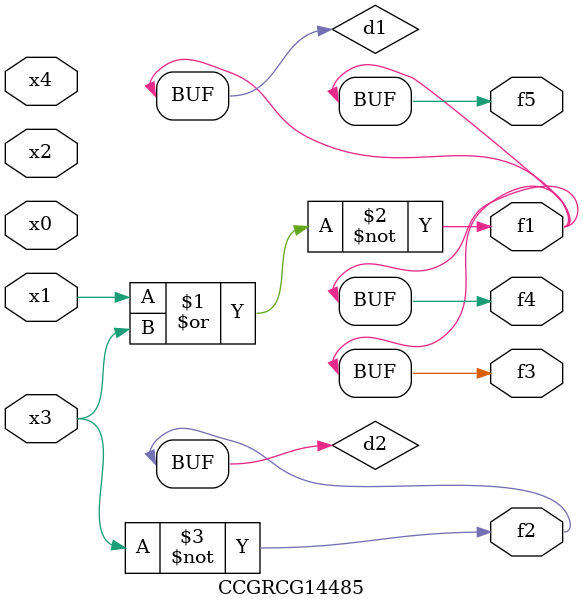
<source format=v>
module CCGRCG14485(
	input x0, x1, x2, x3, x4,
	output f1, f2, f3, f4, f5
);

	wire d1, d2;

	nor (d1, x1, x3);
	not (d2, x3);
	assign f1 = d1;
	assign f2 = d2;
	assign f3 = d1;
	assign f4 = d1;
	assign f5 = d1;
endmodule

</source>
